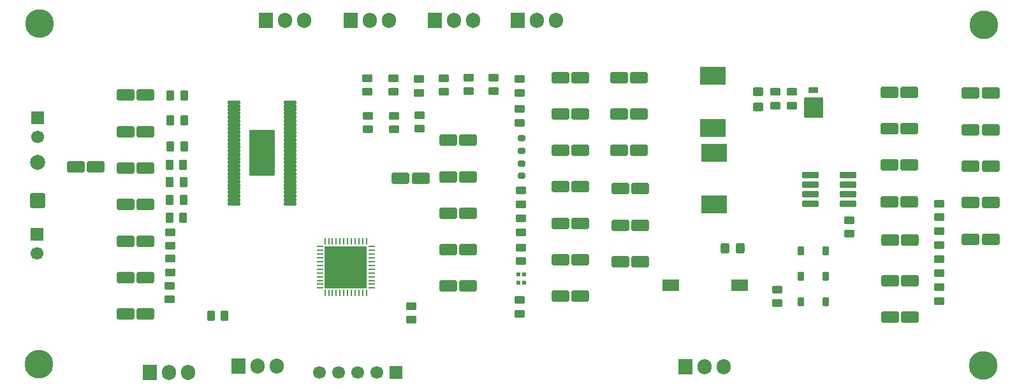
<source format=gbr>
%TF.GenerationSoftware,KiCad,Pcbnew,9.0.2*%
%TF.CreationDate,2025-07-10T19:46:16+05:30*%
%TF.ProjectId,STM32 ESC PCB Design,53544d33-3220-4455-9343-205043422044,rev?*%
%TF.SameCoordinates,Original*%
%TF.FileFunction,Soldermask,Top*%
%TF.FilePolarity,Negative*%
%FSLAX46Y46*%
G04 Gerber Fmt 4.6, Leading zero omitted, Abs format (unit mm)*
G04 Created by KiCad (PCBNEW 9.0.2) date 2025-07-10 19:46:16*
%MOMM*%
%LPD*%
G01*
G04 APERTURE LIST*
G04 Aperture macros list*
%AMRoundRect*
0 Rectangle with rounded corners*
0 $1 Rounding radius*
0 $2 $3 $4 $5 $6 $7 $8 $9 X,Y pos of 4 corners*
0 Add a 4 corners polygon primitive as box body*
4,1,4,$2,$3,$4,$5,$6,$7,$8,$9,$2,$3,0*
0 Add four circle primitives for the rounded corners*
1,1,$1+$1,$2,$3*
1,1,$1+$1,$4,$5*
1,1,$1+$1,$6,$7*
1,1,$1+$1,$8,$9*
0 Add four rect primitives between the rounded corners*
20,1,$1+$1,$2,$3,$4,$5,0*
20,1,$1+$1,$4,$5,$6,$7,0*
20,1,$1+$1,$6,$7,$8,$9,0*
20,1,$1+$1,$8,$9,$2,$3,0*%
G04 Aperture macros list end*
%ADD10RoundRect,0.250001X0.924999X0.499999X-0.924999X0.499999X-0.924999X-0.499999X0.924999X-0.499999X0*%
%ADD11RoundRect,0.250000X-0.262500X-0.450000X0.262500X-0.450000X0.262500X0.450000X-0.262500X0.450000X0*%
%ADD12RoundRect,0.250001X-0.924999X-0.499999X0.924999X-0.499999X0.924999X0.499999X-0.924999X0.499999X0*%
%ADD13RoundRect,0.250000X0.262500X0.450000X-0.262500X0.450000X-0.262500X-0.450000X0.262500X-0.450000X0*%
%ADD14RoundRect,0.250000X-0.450000X0.262500X-0.450000X-0.262500X0.450000X-0.262500X0.450000X0.262500X0*%
%ADD15C,2.600000*%
%ADD16C,3.800000*%
%ADD17RoundRect,0.250000X0.450000X-0.262500X0.450000X0.262500X-0.450000X0.262500X-0.450000X-0.262500X0*%
%ADD18R,1.700000X1.700000*%
%ADD19C,1.700000*%
%ADD20RoundRect,0.225000X-0.225000X-0.375000X0.225000X-0.375000X0.225000X0.375000X-0.225000X0.375000X0*%
%ADD21RoundRect,0.127000X1.143000X-1.208000X1.143000X1.208000X-1.143000X1.208000X-1.143000X-1.208000X0*%
%ADD22RoundRect,0.076200X0.558800X-0.304800X0.558800X0.304800X-0.558800X0.304800X-0.558800X-0.304800X0*%
%ADD23R,1.905000X2.000000*%
%ADD24O,1.905000X2.000000*%
%ADD25R,0.500000X0.600000*%
%ADD26RoundRect,0.250000X0.750000X-0.750000X0.750000X0.750000X-0.750000X0.750000X-0.750000X-0.750000X0*%
%ADD27C,2.000000*%
%ADD28RoundRect,0.102000X1.590000X-1.125000X1.590000X1.125000X-1.590000X1.125000X-1.590000X-1.125000X0*%
%ADD29RoundRect,0.200000X0.275000X-0.200000X0.275000X0.200000X-0.275000X0.200000X-0.275000X-0.200000X0*%
%ADD30RoundRect,0.121000X-0.766000X-0.121000X0.766000X-0.121000X0.766000X0.121000X-0.766000X0.121000X0*%
%ADD31RoundRect,0.102000X-1.617500X-2.910000X1.617500X-2.910000X1.617500X2.910000X-1.617500X2.910000X0*%
%ADD32RoundRect,0.100500X-0.986500X-0.301500X0.986500X-0.301500X0.986500X0.301500X-0.986500X0.301500X0*%
%ADD33RoundRect,0.062500X0.375000X0.062500X-0.375000X0.062500X-0.375000X-0.062500X0.375000X-0.062500X0*%
%ADD34RoundRect,0.062500X0.062500X0.375000X-0.062500X0.375000X-0.062500X-0.375000X0.062500X-0.375000X0*%
%ADD35R,5.600000X5.600000*%
%ADD36RoundRect,0.250000X0.450000X-0.325000X0.450000X0.325000X-0.450000X0.325000X-0.450000X-0.325000X0*%
%ADD37R,2.180000X1.600000*%
%ADD38RoundRect,0.250000X-0.325000X-0.450000X0.325000X-0.450000X0.325000X0.450000X-0.325000X0.450000X0*%
G04 APERTURE END LIST*
D10*
%TO.C,C8*%
X126400000Y-63300000D03*
X123750000Y-63300000D03*
%TD*%
D11*
%TO.C,R3*%
X63975000Y-48000000D03*
X65800000Y-48000000D03*
%TD*%
D12*
%TO.C,C18*%
X159475000Y-55300000D03*
X162125000Y-55300000D03*
%TD*%
D13*
%TO.C,R4*%
X65700000Y-50400000D03*
X63875000Y-50400000D03*
%TD*%
D14*
%TO.C,R10*%
X166100000Y-55575000D03*
X166100000Y-57400000D03*
%TD*%
D15*
%TO.C,REF\u002A\u002A*%
X171900000Y-77100000D03*
D16*
X171900000Y-77100000D03*
%TD*%
D10*
%TO.C,C13*%
X126200000Y-43650000D03*
X123550000Y-43650000D03*
%TD*%
D17*
%TO.C,R20*%
X97000000Y-40825000D03*
X97000000Y-39000000D03*
%TD*%
%TO.C,R32*%
X110400000Y-40825000D03*
X110400000Y-39000000D03*
%TD*%
%TO.C,R33*%
X110400000Y-70212500D03*
X110400000Y-68387500D03*
%TD*%
%TO.C,R16*%
X154100000Y-59612500D03*
X154100000Y-57787500D03*
%TD*%
D12*
%TO.C,C24*%
X159550000Y-65850000D03*
X162200000Y-65850000D03*
%TD*%
D11*
%TO.C,R2*%
X63975000Y-41200000D03*
X65800000Y-41200000D03*
%TD*%
D18*
%TO.C,J4*%
X46300000Y-59660000D03*
D19*
X46300000Y-62200000D03*
%TD*%
D12*
%TO.C,C19*%
X170250000Y-40900000D03*
X172900000Y-40900000D03*
%TD*%
%TO.C,C37*%
X100850000Y-56850000D03*
X103500000Y-56850000D03*
%TD*%
D10*
%TO.C,C12*%
X126200000Y-48500000D03*
X123550000Y-48500000D03*
%TD*%
D12*
%TO.C,C34*%
X115750000Y-63050000D03*
X118400000Y-63050000D03*
%TD*%
D20*
%TO.C,Z5*%
X147700000Y-65250000D03*
X151000000Y-65250000D03*
%TD*%
D11*
%TO.C,R5*%
X63900000Y-52700000D03*
X65725000Y-52700000D03*
%TD*%
%TO.C,R1*%
X63975000Y-44500000D03*
X65800000Y-44500000D03*
%TD*%
%TO.C,R6*%
X63900000Y-55100000D03*
X65725000Y-55100000D03*
%TD*%
D17*
%TO.C,R35*%
X110500000Y-63225000D03*
X110500000Y-61400000D03*
%TD*%
D12*
%TO.C,C29*%
X115750000Y-43650000D03*
X118400000Y-43650000D03*
%TD*%
D21*
%TO.C,D10*%
X149400000Y-42851000D03*
D22*
X149400000Y-40500000D03*
%TD*%
D17*
%TO.C,R28*%
X110400000Y-44825000D03*
X110400000Y-43000000D03*
%TD*%
D20*
%TO.C,Z6*%
X147700000Y-68600000D03*
X151000000Y-68600000D03*
%TD*%
D12*
%TO.C,C16*%
X159475000Y-45600000D03*
X162125000Y-45600000D03*
%TD*%
D23*
%TO.C,Q7*%
X61300000Y-78000000D03*
D24*
X63840000Y-78000000D03*
X66380000Y-78000000D03*
%TD*%
D12*
%TO.C,C2*%
X58050000Y-46000000D03*
X60700000Y-46000000D03*
%TD*%
D25*
%TO.C,Y1*%
X110200000Y-65000000D03*
X110200000Y-66100000D03*
X111000000Y-66100000D03*
X111000000Y-65000000D03*
%TD*%
D14*
%TO.C,R18*%
X64000000Y-59400000D03*
X64000000Y-61225000D03*
%TD*%
D26*
%TO.C,D6*%
X46400000Y-55180000D03*
D27*
X46400000Y-50100000D03*
%TD*%
D12*
%TO.C,C28*%
X115750000Y-38800000D03*
X118400000Y-38800000D03*
%TD*%
D28*
%TO.C,D7*%
X136000000Y-38590000D03*
X136000000Y-45500000D03*
%TD*%
D29*
%TO.C,FB1*%
X110600000Y-48550000D03*
X110600000Y-46900000D03*
%TD*%
D17*
%TO.C,R19*%
X93600000Y-40725000D03*
X93600000Y-38900000D03*
%TD*%
D23*
%TO.C,Q4*%
X87920000Y-31200000D03*
D24*
X90460000Y-31200000D03*
X93000000Y-31200000D03*
%TD*%
D23*
%TO.C,Q3*%
X110120000Y-31200000D03*
D24*
X112660000Y-31200000D03*
X115200000Y-31200000D03*
%TD*%
D17*
%TO.C,R27*%
X100300000Y-40725000D03*
X100300000Y-38900000D03*
%TD*%
%TO.C,R8*%
X63900000Y-68325000D03*
X63900000Y-66500000D03*
%TD*%
D18*
%TO.C,J3*%
X46400000Y-44160000D03*
D19*
X46400000Y-46700000D03*
%TD*%
D29*
%TO.C,FB2*%
X110600000Y-51900000D03*
X110600000Y-50250000D03*
%TD*%
D23*
%TO.C,Q1*%
X99120000Y-31200000D03*
D24*
X101660000Y-31200000D03*
X104200000Y-31200000D03*
%TD*%
D14*
%TO.C,R11*%
X166100000Y-59275000D03*
X166100000Y-61100000D03*
%TD*%
D15*
%TO.C,REF\u002A\u002A*%
X46500000Y-76900000D03*
D16*
X46500000Y-76900000D03*
%TD*%
D17*
%TO.C,R14*%
X166100000Y-68525000D03*
X166100000Y-66700000D03*
%TD*%
D12*
%TO.C,C14*%
X51450000Y-50700000D03*
X54100000Y-50700000D03*
%TD*%
D14*
%TO.C,R17*%
X64000000Y-62887500D03*
X64000000Y-64712500D03*
%TD*%
D12*
%TO.C,C31*%
X115750000Y-53350000D03*
X118400000Y-53350000D03*
%TD*%
D10*
%TO.C,C9*%
X126400000Y-58450000D03*
X123750000Y-58450000D03*
%TD*%
D30*
%TO.C,U1*%
X72460000Y-42100000D03*
X72460000Y-42600000D03*
X72460000Y-43100000D03*
X72460000Y-43600000D03*
X72460000Y-44100000D03*
X72460000Y-44600000D03*
X72460000Y-45100000D03*
X72460000Y-45600000D03*
X72460000Y-46100000D03*
X72460000Y-46600000D03*
X72460000Y-47100000D03*
X72460000Y-47600000D03*
X72460000Y-48100000D03*
X72460000Y-48600000D03*
X72460000Y-49100000D03*
X72460000Y-49600000D03*
X72460000Y-50100000D03*
X72460000Y-50600000D03*
X72460000Y-51100000D03*
X72460000Y-51600000D03*
X72460000Y-52100000D03*
X72460000Y-52600000D03*
X72460000Y-53100000D03*
X72460000Y-53600000D03*
X72460000Y-54100000D03*
X72460000Y-54600000D03*
X72460000Y-55100000D03*
X72460000Y-55600000D03*
X79900000Y-55600000D03*
X79900000Y-55100000D03*
X79900000Y-54600000D03*
X79900000Y-54100000D03*
X79900000Y-53600000D03*
X79900000Y-53100000D03*
X79900000Y-52600000D03*
X79900000Y-52100000D03*
X79900000Y-51600000D03*
X79900000Y-51100000D03*
X79900000Y-50600000D03*
X79900000Y-50100000D03*
X79900000Y-49600000D03*
X79900000Y-49100000D03*
X79900000Y-48600000D03*
X79900000Y-48100000D03*
X79900000Y-47600000D03*
X79900000Y-47100000D03*
X79900000Y-46600000D03*
X79900000Y-46100000D03*
X79900000Y-45600000D03*
X79900000Y-45100000D03*
X79900000Y-44600000D03*
X79900000Y-44100000D03*
X79900000Y-43600000D03*
X79900000Y-43100000D03*
X79900000Y-42600000D03*
X79900000Y-42100000D03*
D31*
X76180000Y-48850000D03*
%TD*%
D12*
%TO.C,C17*%
X159475000Y-50450000D03*
X162125000Y-50450000D03*
%TD*%
D11*
%TO.C,R30*%
X69375000Y-70490000D03*
X71200000Y-70490000D03*
%TD*%
D12*
%TO.C,C20*%
X170250000Y-45750000D03*
X172900000Y-45750000D03*
%TD*%
D17*
%TO.C,R29*%
X96000000Y-71025000D03*
X96000000Y-69200000D03*
%TD*%
D12*
%TO.C,C39*%
X100850000Y-66550000D03*
X103500000Y-66550000D03*
%TD*%
D32*
%TO.C,U2*%
X149000000Y-51790000D03*
X149000000Y-53060000D03*
X149000000Y-54330000D03*
X149000000Y-55600000D03*
X153940000Y-55600000D03*
X153940000Y-54330000D03*
X153940000Y-53060000D03*
X153940000Y-51790000D03*
%TD*%
D12*
%TO.C,C5*%
X58050000Y-60550000D03*
X60700000Y-60550000D03*
%TD*%
%TO.C,C7*%
X58050000Y-70250000D03*
X60700000Y-70250000D03*
%TD*%
D17*
%TO.C,R15*%
X166100000Y-64825000D03*
X166100000Y-63000000D03*
%TD*%
D11*
%TO.C,R7*%
X63875000Y-57500000D03*
X65700000Y-57500000D03*
%TD*%
D12*
%TO.C,C22*%
X170250000Y-55450000D03*
X172900000Y-55450000D03*
%TD*%
%TO.C,C38*%
X100850000Y-61700000D03*
X103500000Y-61700000D03*
%TD*%
D17*
%TO.C,R22*%
X106900000Y-40625000D03*
X106900000Y-38800000D03*
%TD*%
%TO.C,R23*%
X93700000Y-45725000D03*
X93700000Y-43900000D03*
%TD*%
D33*
%TO.C,U3*%
X90700000Y-66800000D03*
X90700000Y-66300000D03*
X90700000Y-65800000D03*
X90700000Y-65300000D03*
X90700000Y-64800000D03*
X90700000Y-64300000D03*
X90700000Y-63800000D03*
X90700000Y-63300000D03*
X90700000Y-62800000D03*
X90700000Y-62300000D03*
X90700000Y-61800000D03*
X90700000Y-61300000D03*
D34*
X90012500Y-60612500D03*
X89512500Y-60612500D03*
X89012500Y-60612500D03*
X88512500Y-60612500D03*
X88012500Y-60612500D03*
X87512500Y-60612500D03*
X87012500Y-60612500D03*
X86512500Y-60612500D03*
X86012500Y-60612500D03*
X85512500Y-60612500D03*
X85012500Y-60612500D03*
X84512500Y-60612500D03*
D33*
X83825000Y-61300000D03*
X83825000Y-61800000D03*
X83825000Y-62300000D03*
X83825000Y-62800000D03*
X83825000Y-63300000D03*
X83825000Y-63800000D03*
X83825000Y-64300000D03*
X83825000Y-64800000D03*
X83825000Y-65300000D03*
X83825000Y-65800000D03*
X83825000Y-66300000D03*
X83825000Y-66800000D03*
D34*
X84512500Y-67487500D03*
X85012500Y-67487500D03*
X85512500Y-67487500D03*
X86012500Y-67487500D03*
X86512500Y-67487500D03*
X87012500Y-67487500D03*
X87512500Y-67487500D03*
X88012500Y-67487500D03*
X88512500Y-67487500D03*
X89012500Y-67487500D03*
X89512500Y-67487500D03*
X90012500Y-67487500D03*
D35*
X87262500Y-64050000D03*
%TD*%
D12*
%TO.C,C4*%
X58050000Y-55700000D03*
X60700000Y-55700000D03*
%TD*%
%TO.C,C21*%
X170250000Y-50600000D03*
X172900000Y-50600000D03*
%TD*%
D17*
%TO.C,R9*%
X144600000Y-68825000D03*
X144600000Y-67000000D03*
%TD*%
D20*
%TO.C,Z4*%
X147700000Y-61900000D03*
X151000000Y-61900000D03*
%TD*%
D10*
%TO.C,C11*%
X97225000Y-52200000D03*
X94575000Y-52200000D03*
%TD*%
D12*
%TO.C,C33*%
X100850000Y-47150000D03*
X103500000Y-47150000D03*
%TD*%
D17*
%TO.C,R31*%
X110500000Y-55650000D03*
X110500000Y-53825000D03*
%TD*%
%TO.C,R13*%
X146500000Y-42525000D03*
X146500000Y-40700000D03*
%TD*%
D23*
%TO.C,Q2*%
X132420000Y-77300000D03*
D24*
X134960000Y-77300000D03*
X137500000Y-77300000D03*
%TD*%
D12*
%TO.C,C15*%
X159475000Y-40750000D03*
X162125000Y-40750000D03*
%TD*%
%TO.C,C3*%
X58050000Y-50850000D03*
X60700000Y-50850000D03*
%TD*%
D36*
%TO.C,L3*%
X142000000Y-42750000D03*
X142000000Y-40700000D03*
%TD*%
D12*
%TO.C,C32*%
X115750000Y-58200000D03*
X118400000Y-58200000D03*
%TD*%
D17*
%TO.C,R34*%
X110500000Y-59400000D03*
X110500000Y-57575000D03*
%TD*%
D12*
%TO.C,C30*%
X115750000Y-48500000D03*
X118400000Y-48500000D03*
%TD*%
D14*
%TO.C,R12*%
X144300000Y-40700000D03*
X144300000Y-42525000D03*
%TD*%
D37*
%TO.C,SW1*%
X130420000Y-66400000D03*
X139600000Y-66400000D03*
%TD*%
D12*
%TO.C,C6*%
X58050000Y-65400000D03*
X60700000Y-65400000D03*
%TD*%
D18*
%TO.C,J1*%
X93900000Y-78000000D03*
D19*
X91360000Y-78000000D03*
X88820000Y-78000000D03*
X86280000Y-78000000D03*
X83740000Y-78000000D03*
%TD*%
D17*
%TO.C,R21*%
X103600000Y-40625000D03*
X103600000Y-38800000D03*
%TD*%
D15*
%TO.C,REF\u002A\u002A*%
X46600000Y-31600000D03*
D16*
X46600000Y-31600000D03*
%TD*%
D10*
%TO.C,C10*%
X126400000Y-53600000D03*
X123750000Y-53600000D03*
%TD*%
D12*
%TO.C,C35*%
X115750000Y-67900000D03*
X118400000Y-67900000D03*
%TD*%
D28*
%TO.C,D9*%
X136200000Y-48790000D03*
X136200000Y-55700000D03*
%TD*%
D10*
%TO.C,C27*%
X126200000Y-38800000D03*
X123550000Y-38800000D03*
%TD*%
D17*
%TO.C,R24*%
X97100000Y-45625000D03*
X97100000Y-43800000D03*
%TD*%
D12*
%TO.C,C23*%
X170250000Y-60300000D03*
X172900000Y-60300000D03*
%TD*%
D17*
%TO.C,R25*%
X90100000Y-40725000D03*
X90100000Y-38900000D03*
%TD*%
D12*
%TO.C,C25*%
X159550000Y-70700000D03*
X162200000Y-70700000D03*
%TD*%
%TO.C,C1*%
X58050000Y-41150000D03*
X60700000Y-41150000D03*
%TD*%
D17*
%TO.C,R26*%
X90200000Y-45725000D03*
X90200000Y-43900000D03*
%TD*%
D15*
%TO.C,REF\u002A\u002A*%
X172000000Y-31800000D03*
D16*
X172000000Y-31800000D03*
%TD*%
D12*
%TO.C,C36*%
X100850000Y-52000000D03*
X103500000Y-52000000D03*
%TD*%
D38*
%TO.C,L4*%
X137650000Y-61500000D03*
X139700000Y-61500000D03*
%TD*%
D12*
%TO.C,C26*%
X159550000Y-60400000D03*
X162200000Y-60400000D03*
%TD*%
D23*
%TO.C,Q6*%
X73000000Y-77200000D03*
D24*
X75540000Y-77200000D03*
X78080000Y-77200000D03*
%TD*%
D23*
%TO.C,Q5*%
X76700000Y-31200000D03*
D24*
X79240000Y-31200000D03*
X81780000Y-31200000D03*
%TD*%
M02*

</source>
